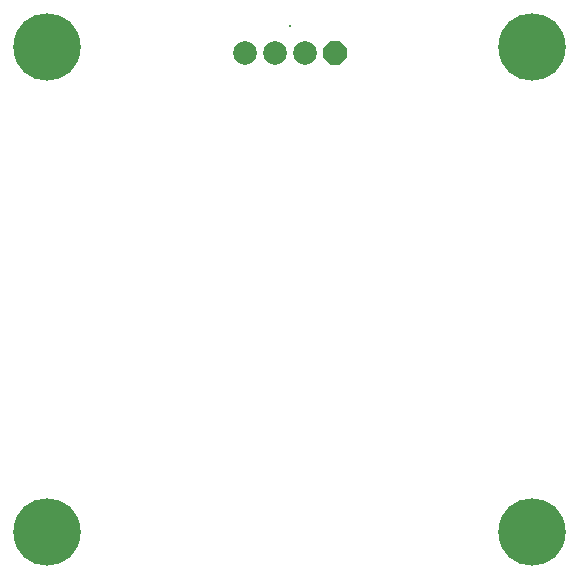
<source format=gbs>
G04 Layer_Color=16711935*
%FSLAX44Y44*%
%MOMM*%
G71*
G01*
G75*
G04:AMPARAMS|DCode=24|XSize=0.2032mm|YSize=0.2032mm|CornerRadius=0mm|HoleSize=0mm|Usage=FLASHONLY|Rotation=180.000|XOffset=0mm|YOffset=0mm|HoleType=Round|Shape=RoundedRectangle|*
%AMROUNDEDRECTD24*
21,1,0.2032,0.2032,0,0,180.0*
21,1,0.2032,0.2032,0,0,180.0*
1,1,0.0000,-0.1016,0.1016*
1,1,0.0000,0.1016,0.1016*
1,1,0.0000,0.1016,-0.1016*
1,1,0.0000,-0.1016,-0.1016*
%
%ADD24ROUNDEDRECTD24*%
%ADD25P,2.1683X8X202.5*%
%ADD26C,2.0032*%
%ADD27C,5.7032*%
D24*
X250000Y472800D02*
D03*
D25*
X288100Y450000D02*
D03*
D26*
X262700D02*
D03*
X237300D02*
D03*
X211900D02*
D03*
D27*
X45000Y45000D02*
D03*
X455000Y455000D02*
D03*
X45000D02*
D03*
X455000Y45000D02*
D03*
M02*

</source>
